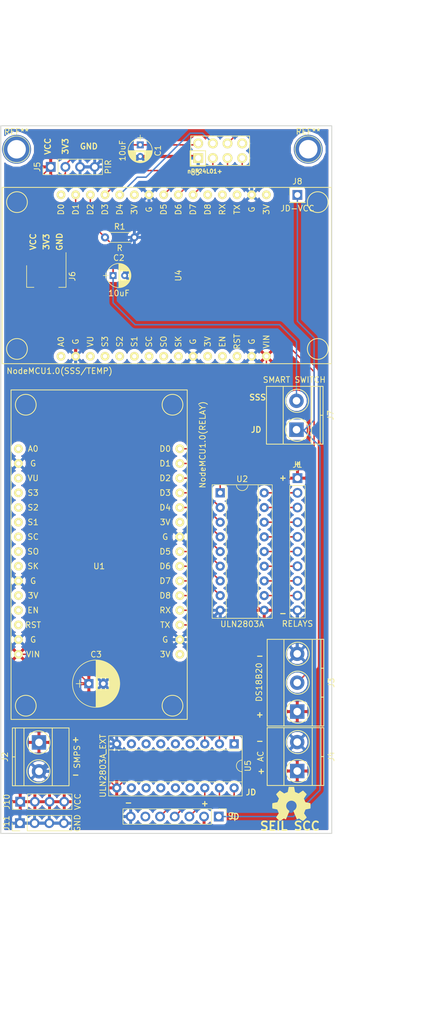
<source format=kicad_pcb>
(kicad_pcb (version 4) (host pcbnew 4.0.6-e0-6349~53~ubuntu16.04.1)
  (layers (0 F.Cu signal) (31 B.Cu signal) (34 B.Paste user) (35 F.Paste user) (36 B.SilkS user) (37 F.SilkS user) (38 B.Mask user) (39 F.Mask user) (44 Edge.Cuts user))
  (net 0 "")
  (net 1 /3V3)
  (net 2 /GND)
  (net 3 /R1)
  (net 4 /R2)
  (net 5 /R3)
  (net 6 /R4)
  (net 7 /R5)
  (net 8 /R6)
  (net 9 /R7)
  (net 10 /R8)
  (net 11 /VCC)
  (net 12 /OneWire)
  (net 13 /JD-VCC)
  (net 14 /STATUS)
  (net 15 "Net-(U1-Pad1)")
  (net 16 "Net-(U1-Pad3)")
  (net 17 "Net-(U1-Pad4)")
  (net 18 "Net-(U1-Pad5)")
  (net 19 "Net-(U1-Pad6)")
  (net 20 "Net-(U1-Pad7)")
  (net 21 "Net-(U1-Pad8)")
  (net 22 "Net-(U1-Pad9)")
  (net 23 "Net-(U1-Pad11)")
  (net 24 "Net-(U1-Pad12)")
  (net 25 "Net-(U1-Pad13)")
  (net 26 "Net-(U1-Pad16)")
  (net 27 /IN8)
  (net 28 /IN7)
  (net 29 /IN6)
  (net 30 /IN5)
  (net 31 "Net-(U1-Pad25)")
  (net 32 /IN4)
  (net 33 /IN3)
  (net 34 /IN2)
  (net 35 /IN1)
  (net 36 /MISO)
  (net 37 "Net-(U3-Pad8)")
  (net 38 /SCK)
  (net 39 /MOSI)
  (net 40 /CE)
  (net 41 /CSN)
  (net 42 /R9)
  (net 43 /R10)
  (net 44 /R11)
  (net 45 "Net-(J9-Pad6)")
  (net 46 /IN11)
  (net 47 /IN10)
  (net 48 /IN9)
  (net 49 "Net-(U5-Pad11)")
  (net 50 "Net-(U5-Pad12)")
  (net 51 "Net-(U5-Pad4)")
  (net 52 "Net-(U5-Pad13)")
  (net 53 "Net-(U5-Pad5)")
  (net 54 "Net-(U5-Pad14)")
  (net 55 "Net-(U5-Pad6)")
  (net 56 "Net-(U5-Pad15)")
  (net 57 "Net-(U5-Pad7)")
  (net 58 "Net-(U5-Pad8)")
  (net 59 "Net-(J6-Pad4)")
  (net 60 "Net-(U4-Pad1)")
  (net 61 "Net-(U4-Pad3)")
  (net 62 "Net-(U4-Pad4)")
  (net 63 "Net-(U4-Pad5)")
  (net 64 "Net-(U4-Pad6)")
  (net 65 "Net-(U4-Pad7)")
  (net 66 "Net-(U4-Pad8)")
  (net 67 "Net-(U4-Pad9)")
  (net 68 "Net-(U4-Pad12)")
  (net 69 "Net-(U4-Pad13)")
  (net 70 "Net-(U4-Pad18)")
  (net 71 "Net-(U4-Pad19)")
  (net 72 "Net-(U4-Pad20)")
  (net 73 "Net-(U4-Pad30)")
  (module "ESP8266:NodeMCU1.0(12-E)" (layer F.Cu) (at 65.405 69.2785 90)
    (fp_text reference U4 (at 0 0 90) (layer F.SilkS))
    (fp_text value "NodeMCU1.0(SSS/TEMP)" (at -16.51 -20.574 180) (layer F.SilkS))
    (fp_text user VIN (at -11.43 15.24 90) (layer F.SilkS))
    (fp_text user G (at -11.43 12.7 90) (layer F.SilkS))
    (fp_text user RST (at -11.43 10.16 90) (layer F.SilkS))
    (fp_text user EN (at -11.43 7.62 90) (layer F.SilkS))
    (fp_text user 3V (at -11.43 5.08 90) (layer F.SilkS))
    (fp_text user G (at -11.43 2.54 90) (layer F.SilkS))
    (fp_text user SK (at -11.43 0 90) (layer F.SilkS))
    (fp_text user SO (at -11.43 -2.54 90) (layer F.SilkS))
    (fp_text user SC (at -11.43 -5.08 90) (layer F.SilkS))
    (fp_text user S1 (at -11.43 -7.62 90) (layer F.SilkS))
    (fp_text user S2 (at -11.43 -10.16 90) (layer F.SilkS))
    (fp_text user S3 (at -11.43 -12.7 90) (layer F.SilkS))
    (fp_text user VU (at -11.43 -15.24 90) (layer F.SilkS))
    (fp_text user G (at -11.43 -17.78 90) (layer F.SilkS))
    (fp_text user A0 (at -11.43 -20.32 90) (layer F.SilkS))
    (fp_text user 3V (at 11.43 15.24 90) (layer F.SilkS))
    (fp_text user G (at 11.43 12.7 90) (layer F.SilkS))
    (fp_text user TX (at 11.43 10.16 90) (layer F.SilkS))
    (fp_text user RX (at 11.43 7.62 90) (layer F.SilkS))
    (fp_text user D8 (at 11.43 5.08 90) (layer F.SilkS))
    (fp_text user D7 (at 11.43 2.54 90) (layer F.SilkS))
    (fp_text user D6 (at 11.43 0 90) (layer F.SilkS))
    (fp_text user D5 (at 11.43 -2.54 90) (layer F.SilkS))
    (fp_text user G (at 11.43 -5.08 90) (layer F.SilkS))
    (fp_text user 3V (at 11.43 -7.62 90) (layer F.SilkS))
    (fp_text user D4 (at 11.43 -10.16 90) (layer F.SilkS))
    (fp_text user D3 (at 11.43 -12.7 90) (layer F.SilkS))
    (fp_text user D2 (at 11.43 -15.24 90) (layer F.SilkS))
    (fp_text user D1 (at 11.43 -17.78 90) (layer F.SilkS))
    (fp_text user D0 (at 11.43 -20.32 90) (layer F.SilkS))
    (pad 1 thru_hole circle (at -13.97 -20.32 90) (size 1.524 1.524) (drill 0.762) (layers *.Cu *.Mask F.SilkS) (net 60 "Net-(U4-Pad1)"))
    (pad 2 thru_hole circle (at -13.97 -17.78 90) (size 1.524 1.524) (drill 0.762) (layers *.Cu *.Mask F.SilkS) (net 2 /GND))
    (pad 3 thru_hole circle (at -13.97 -15.24 90) (size 1.524 1.524) (drill 0.762) (layers *.Cu *.Mask F.SilkS) (net 61 "Net-(U4-Pad3)"))
    (pad 4 thru_hole circle (at -13.97 -12.7 90) (size 1.524 1.524) (drill 0.762) (layers *.Cu *.Mask F.SilkS) (net 62 "Net-(U4-Pad4)"))
    (pad 5 thru_hole circle (at -13.97 -10.16 90) (size 1.524 1.524) (drill 0.762) (layers *.Cu *.Mask F.SilkS) (net 63 "Net-(U4-Pad5)"))
    (pad 6 thru_hole circle (at -13.97 -7.62 90) (size 1.524 1.524) (drill 0.762) (layers *.Cu *.Mask F.SilkS) (net 64 "Net-(U4-Pad6)"))
    (pad 7 thru_hole circle (at -13.97 -5.08 90) (size 1.524 1.524) (drill 0.762) (layers *.Cu *.Mask F.SilkS) (net 65 "Net-(U4-Pad7)"))
    (pad 8 thru_hole circle (at -13.97 -2.54 90) (size 1.524 1.524) (drill 0.762) (layers *.Cu *.Mask F.SilkS) (net 66 "Net-(U4-Pad8)"))
    (pad 9 thru_hole circle (at -13.97 0 90) (size 1.524 1.524) (drill 0.762) (layers *.Cu *.Mask F.SilkS) (net 67 "Net-(U4-Pad9)"))
    (pad 10 thru_hole circle (at -13.97 2.54 90) (size 1.524 1.524) (drill 0.762) (layers *.Cu *.Mask F.SilkS) (net 2 /GND))
    (pad 11 thru_hole circle (at -13.97 5.08 90) (size 1.524 1.524) (drill 0.762) (layers *.Cu *.Mask F.SilkS) (net 1 /3V3))
    (pad 12 thru_hole circle (at -13.97 7.62 90) (size 1.524 1.524) (drill 0.762) (layers *.Cu *.Mask F.SilkS) (net 68 "Net-(U4-Pad12)"))
    (pad 13 thru_hole circle (at -13.97 10.16 90) (size 1.524 1.524) (drill 0.762) (layers *.Cu *.Mask F.SilkS) (net 69 "Net-(U4-Pad13)"))
    (pad 14 thru_hole circle (at -13.97 12.7 90) (size 1.524 1.524) (drill 0.762) (layers *.Cu *.Mask F.SilkS) (net 2 /GND))
    (pad 15 thru_hole circle (at -13.97 15.24 90) (size 1.524 1.524) (drill 0.762) (layers *.Cu *.Mask F.SilkS) (net 11 /VCC))
    (pad 16 thru_hole circle (at 13.97 15.24 90) (size 1.524 1.524) (drill 0.762) (layers *.Cu *.Mask F.SilkS) (net 1 /3V3))
    (pad 17 thru_hole circle (at 13.97 12.7 90) (size 1.524 1.524) (drill 0.762) (layers *.Cu *.Mask F.SilkS) (net 2 /GND))
    (pad 18 thru_hole circle (at 13.97 10.16 90) (size 1.524 1.524) (drill 0.762) (layers *.Cu *.Mask F.SilkS) (net 70 "Net-(U4-Pad18)"))
    (pad 19 thru_hole circle (at 13.97 7.62 90) (size 1.524 1.524) (drill 0.762) (layers *.Cu *.Mask F.SilkS) (net 71 "Net-(U4-Pad19)"))
    (pad 20 thru_hole circle (at 13.97 5.08 90) (size 1.524 1.524) (drill 0.762) (layers *.Cu *.Mask F.SilkS) (net 72 "Net-(U4-Pad20)"))
    (pad 21 thru_hole circle (at 13.97 2.54 90) (size 1.524 1.524) (drill 0.762) (layers *.Cu *.Mask F.SilkS) (net 39 /MOSI))
    (pad 22 thru_hole circle (at 13.97 0 90) (size 1.524 1.524) (drill 0.762) (layers *.Cu *.Mask F.SilkS) (net 36 /MISO))
    (pad 23 thru_hole circle (at 13.97 -2.54 90) (size 1.524 1.524) (drill 0.762) (layers *.Cu *.Mask F.SilkS) (net 38 /SCK))
    (pad 24 thru_hole circle (at 13.97 -5.08 90) (size 1.524 1.524) (drill 0.762) (layers *.Cu *.Mask F.SilkS) (net 2 /GND))
    (pad 25 thru_hole circle (at 13.97 -7.62 90) (size 1.524 1.524) (drill 0.762) (layers *.Cu *.Mask F.SilkS) (net 1 /3V3))
    (pad 26 thru_hole circle (at 13.97 -10.16 90) (size 1.524 1.524) (drill 0.762) (layers *.Cu *.Mask F.SilkS) (net 41 /CSN))
    (pad 27 thru_hole circle (at 13.97 -12.7 90) (size 1.524 1.524) (drill 0.762) (layers *.Cu *.Mask F.SilkS) (net 40 /CE))
    (pad 28 thru_hole circle (at 13.97 -15.24 90) (size 1.524 1.524) (drill 0.762) (layers *.Cu *.Mask F.SilkS) (net 14 /STATUS))
    (pad 29 thru_hole circle (at 13.97 -17.78 90) (size 1.524 1.524) (drill 0.762) (layers *.Cu *.Mask F.SilkS) (net 12 /OneWire))
    (pad 30 thru_hole circle (at 13.97 -20.32 90) (size 1.524 1.524) (drill 0.762) (layers *.Cu *.Mask F.SilkS) (net 73 "Net-(U4-Pad30)"))
  )
  (module mysensors_radios:NRF24L01 (layer F.Cu) (at 67.31 50.4825 180)
    (fp_text reference U3 (at -1.016 -1.016 180) (layer F.SilkS) (effects (font (size 0.8 0.8) (thickness 0.16))))
    (fp_text value nRF24L01+ hide)
    (pad 7 thru_hole oval (at -9.144 1.524 180) (size 1.7272 1.7272) (drill 1.016) (layers *.Cu *.Mask F.SilkS) (net 36 /MISO))
    (pad 8 thru_hole oval (at -9.144 4.064 180) (size 1.7272 1.7272) (drill 1.016) (layers *.Cu *.Mask F.SilkS) (net 37 "Net-(U3-Pad8)"))
    (pad 5 thru_hole oval (at -6.604 1.524 180) (size 1.7272 1.7272) (drill 1.016) (layers *.Cu *.Mask F.SilkS) (net 38 /SCK))
    (pad 6 thru_hole oval (at -6.604 4.064 180) (size 1.7272 1.7272) (drill 1.016) (layers *.Cu *.Mask F.SilkS) (net 39 /MOSI))
    (pad 3 thru_hole oval (at -4.064 1.524 180) (size 1.7272 1.7272) (drill 1.016) (layers *.Cu *.Mask F.SilkS) (net 40 /CE))
    (pad 4 thru_hole oval (at -4.064 4.064 180) (size 1.7272 1.7272) (drill 1.016) (layers *.Cu *.Mask F.SilkS) (net 41 /CSN))
    (pad 1 thru_hole rect (at -1.524 1.524 180) (size 1.7272 1.7272) (drill 1.016) (layers *.Cu *.Mask F.SilkS) (net 2 /GND))
    (pad 2 thru_hole oval (at -1.524 4.064 180) (size 1.7272 1.7272) (drill 1.016) (layers *.Cu *.Mask F.SilkS) (net 1 /3V3))
  )
  (module Capacitors_THT:CP_Radial_D4.0mm_P2.00mm (layer F.Cu) (at 54.102 69.2785)
    (fp_text reference C2 (at 1 -3.06) (layer F.SilkS))
    (fp_text value 10uF (at 1 3.06) (layer F.SilkS))
    (pad 1 thru_hole rect (at 0 0) (size 1.2 1.2) (drill 0.6) (layers *.Cu *.Mask) (net 14 /STATUS))
    (pad 2 thru_hole circle (at 2 0) (size 1.2 1.2) (drill 0.6) (layers *.Cu *.Mask) (net 2 /GND))
  )
  (module Connectors:1pin (layer F.Cu) (at 37.4015 47.4345)
    (fp_text reference REF** (at 0 -3.048) (layer F.SilkS))
    (fp_text value Drill)
    (pad 1 thru_hole circle (at 0 0) (size 5 5) (drill 3.2) (layers *.Cu *.Mask))
  )
  (module Socket_Strips:Socket_Strip_Straight_1x10_Pitch2.54mm (layer F.Cu) (at 86.02472 104.33304)
    (fp_text reference J1 (at 0 -2.33) (layer F.SilkS))
    (fp_text value RELAYS (at 0 25.19) (layer F.SilkS))
    (pad 1 thru_hole rect (at 0 0) (size 1.7 1.7) (drill 1) (layers *.Cu *.Mask) (net 11 /VCC))
    (pad 2 thru_hole oval (at 0 2.54) (size 1.7 1.7) (drill 1) (layers *.Cu *.Mask) (net 3 /R1))
    (pad 3 thru_hole oval (at 0 5.08) (size 1.7 1.7) (drill 1) (layers *.Cu *.Mask) (net 4 /R2))
    (pad 4 thru_hole oval (at 0 7.62) (size 1.7 1.7) (drill 1) (layers *.Cu *.Mask) (net 5 /R3))
    (pad 5 thru_hole oval (at 0 10.16) (size 1.7 1.7) (drill 1) (layers *.Cu *.Mask) (net 6 /R4))
    (pad 6 thru_hole oval (at 0 12.7) (size 1.7 1.7) (drill 1) (layers *.Cu *.Mask) (net 7 /R5))
    (pad 7 thru_hole oval (at 0 15.24) (size 1.7 1.7) (drill 1) (layers *.Cu *.Mask) (net 8 /R6))
    (pad 8 thru_hole oval (at 0 17.78) (size 1.7 1.7) (drill 1) (layers *.Cu *.Mask) (net 9 /R7))
    (pad 9 thru_hole oval (at 0 20.32) (size 1.7 1.7) (drill 1) (layers *.Cu *.Mask) (net 10 /R8))
    (pad 10 thru_hole oval (at 0 22.86) (size 1.7 1.7) (drill 1) (layers *.Cu *.Mask) (net 2 /GND))
  )
  (module Connectors_Terminal_Blocks:TerminalBlock_Pheonix_MKDS1.5-2pol (layer F.Cu) (at 41.275 150.0505 270)
    (fp_text reference J2 (at 2.5 5.9 270) (layer F.SilkS))
    (fp_text value SMPS (at 2.5 -6.6 270) (layer F.SilkS))
    (pad 1 thru_hole rect (at 0 0 270) (size 2.5 2.5) (drill 1.3) (layers *.Cu *.Mask) (net 11 /VCC))
    (pad 2 thru_hole circle (at 5 0 270) (size 2.5 2.5) (drill 1.3) (layers *.Cu *.Mask) (net 2 /GND))
  )
  (module Connectors_Terminal_Blocks:TerminalBlock_Pheonix_MKDS1.5-3pol (layer F.Cu) (at 85.979 144.7165 90)
    (fp_text reference J3 (at 5 5.9 90) (layer F.SilkS))
    (fp_text value DS18B20 (at 5.08 -6.604 90) (layer F.SilkS))
    (pad 3 thru_hole circle (at 10 0 90) (size 2.5 2.5) (drill 1.3) (layers *.Cu *.Mask) (net 2 /GND))
    (pad 1 thru_hole rect (at 0 0 90) (size 2.5 2.5) (drill 1.3) (layers *.Cu *.Mask) (net 11 /VCC))
    (pad 2 thru_hole circle (at 5 0 90) (size 2.5 2.5) (drill 1.3) (layers *.Cu *.Mask) (net 12 /OneWire))
  )
  (module Connectors_Terminal_Blocks:TerminalBlock_Pheonix_MKDS1.5-2pol (layer F.Cu) (at 85.979 155.0035 90)
    (fp_text reference J4 (at 2.5 5.9 90) (layer F.SilkS))
    (fp_text value AC (at 2.54 -6.35 90) (layer F.SilkS))
    (pad 1 thru_hole rect (at 0 0 90) (size 2.5 2.5) (drill 1.3) (layers *.Cu *.Mask) (net 11 /VCC))
    (pad 2 thru_hole circle (at 5 0 90) (size 2.5 2.5) (drill 1.3) (layers *.Cu *.Mask) (net 2 /GND))
  )
  (module Connectors_Terminal_Blocks:TerminalBlock_Pheonix_MKDS1.5-2pol (layer F.Cu) (at 85.852 95.9485 90)
    (fp_text reference J7 (at 2.5 5.9 90) (layer F.SilkS))
    (fp_text value "SMART SWITCH" (at 8.636 -0.381 180) (layer F.SilkS))
    (pad 1 thru_hole rect (at 0 0 90) (size 2.5 2.5) (drill 1.3) (layers *.Cu *.Mask) (net 13 /JD-VCC))
    (pad 2 thru_hole circle (at 5 0 90) (size 2.5 2.5) (drill 1.3) (layers *.Cu *.Mask) (net 14 /STATUS))
  )
  (module Socket_Strips:Socket_Strip_Straight_1x01_Pitch2.54mm (layer F.Cu) (at 86.00948 55.33136)
    (fp_text reference J8 (at 0 -2.33) (layer F.SilkS))
    (fp_text value JD-VCC (at 0 2.33) (layer F.SilkS))
    (pad 1 thru_hole rect (at 0 0) (size 1.7 1.7) (drill 1) (layers *.Cu *.Mask) (net 13 /JD-VCC))
  )
  (module "ESP8266:NodeMCU1.0(12-E)" (layer F.Cu) (at 51.689 119.5705)
    (fp_text reference U1 (at 0 0) (layer F.SilkS))
    (fp_text value "NodeMCU1.0(RELAY)" (at 17.907 -21.0185 90) (layer F.SilkS))
    (fp_text user VIN (at -11.43 15.24) (layer F.SilkS))
    (fp_text user G (at -11.43 12.7) (layer F.SilkS))
    (fp_text user RST (at -11.43 10.16) (layer F.SilkS))
    (fp_text user EN (at -11.43 7.62) (layer F.SilkS))
    (fp_text user 3V (at -11.43 5.08) (layer F.SilkS))
    (fp_text user G (at -11.43 2.54) (layer F.SilkS))
    (fp_text user SK (at -11.43 0) (layer F.SilkS))
    (fp_text user SO (at -11.43 -2.54) (layer F.SilkS))
    (fp_text user SC (at -11.43 -5.08) (layer F.SilkS))
    (fp_text user S1 (at -11.43 -7.62) (layer F.SilkS))
    (fp_text user S2 (at -11.43 -10.16) (layer F.SilkS))
    (fp_text user S3 (at -11.43 -12.7) (layer F.SilkS))
    (fp_text user VU (at -11.43 -15.24) (layer F.SilkS))
    (fp_text user G (at -11.43 -17.78) (layer F.SilkS))
    (fp_text user A0 (at -11.43 -20.32) (layer F.SilkS))
    (fp_text user 3V (at 11.43 15.24) (layer F.SilkS))
    (fp_text user G (at 11.43 12.7) (layer F.SilkS))
    (fp_text user TX (at 11.43 10.16) (layer F.SilkS))
    (fp_text user RX (at 11.43 7.62) (layer F.SilkS))
    (fp_text user D8 (at 11.43 5.08) (layer F.SilkS))
    (fp_text user D7 (at 11.43 2.54) (layer F.SilkS))
    (fp_text user D6 (at 11.43 0) (layer F.SilkS))
    (fp_text user D5 (at 11.43 -2.54) (layer F.SilkS))
    (fp_text user G (at 11.43 -5.08) (layer F.SilkS))
    (fp_text user 3V (at 11.43 -7.62) (layer F.SilkS))
    (fp_text user D4 (at 11.43 -10.16) (layer F.SilkS))
    (fp_text user D3 (at 11.43 -12.7) (layer F.SilkS))
    (fp_text user D2 (at 11.43 -15.24) (layer F.SilkS))
    (fp_text user D1 (at 11.43 -17.78) (layer F.SilkS))
    (fp_text user D0 (at 11.43 -20.32) (layer F.SilkS))
    (pad 1 thru_hole circle (at -13.97 -20.32) (size 1.524 1.524) (drill 0.762) (layers *.Cu *.Mask F.SilkS) (net 15 "Net-(U1-Pad1)"))
    (pad 2 thru_hole circle (at -13.97 -17.78) (size 1.524 1.524) (drill 0.762) (layers *.Cu *.Mask F.SilkS) (net 2 /GND))
    (pad 3 thru_hole circle (at -13.97 -15.24) (size 1.524 1.524) (drill 0.762) (layers *.Cu *.Mask F.SilkS) (net 16 "Net-(U1-Pad3)"))
    (pad 4 thru_hole circle (at -13.97 -12.7) (size 1.524 1.524) (drill 0.762) (layers *.Cu *.Mask F.SilkS) (net 17 "Net-(U1-Pad4)"))
    (pad 5 thru_hole circle (at -13.97 -10.16) (size 1.524 1.524) (drill 0.762) (layers *.Cu *.Mask F.SilkS) (net 18 "Net-(U1-Pad5)"))
    (pad 6 thru_hole circle (at -13.97 -7.62) (size 1.524 1.524) (drill 0.762) (layers *.Cu *.Mask F.SilkS) (net 19 "Net-(U1-Pad6)"))
    (pad 7 thru_hole circle (at -13.97 -5.08) (size 1.524 1.524) (drill 0.762) (layers *.Cu *.Mask F.SilkS) (net 20 "Net-(U1-Pad7)"))
    (pad 8 thru_hole circle (at -13.97 -2.54) (size 1.524 1.524) (drill 0.762) (layers *.Cu *.Mask F.SilkS) (net 21 "Net-(U1-Pad8)"))
    (pad 9 thru_hole circle (at -13.97 0) (size 1.524 1.524) (drill 0.762) (layers *.Cu *.Mask F.SilkS) (net 22 "Net-(U1-Pad9)"))
    (pad 10 thru_hole circle (at -13.97 2.54) (size 1.524 1.524) (drill 0.762) (layers *.Cu *.Mask F.SilkS) (net 2 /GND))
    (pad 11 thru_hole circle (at -13.97 5.08) (size 1.524 1.524) (drill 0.762) (layers *.Cu *.Mask F.SilkS) (net 23 "Net-(U1-Pad11)"))
    (pad 12 thru_hole circle (at -13.97 7.62) (size 1.524 1.524) (drill 0.762) (layers *.Cu *.Mask F.SilkS) (net 24 "Net-(U1-Pad12)"))
    (pad 13 thru_hole circle (at -13.97 10.16) (size 1.524 1.524) (drill 0.762) (layers *.Cu *.Mask F.SilkS) (net 25 "Net-(U1-Pad13)"))
    (pad 14 thru_hole circle (at -13.97 12.7) (size 1.524 1.524) (drill 0.762) (layers *.Cu *.Mask F.SilkS) (net 2 /GND))
    (pad 15 thru_hole circle (at -13.97 15.24) (size 1.524 1.524) (drill 0.762) (layers *.Cu *.Mask F.SilkS) (net 11 /VCC))
    (pad 16 thru_hole circle (at 13.97 15.24) (size 1.524 1.524) (drill 0.762) (layers *.Cu *.Mask F.SilkS) (net 26 "Net-(U1-Pad16)"))
    (pad 17 thru_hole circle (at 13.97 12.7) (size 1.524 1.524) (drill 0.762) (layers *.Cu *.Mask F.SilkS) (net 2 /GND))
    (pad 18 thru_hole circle (at 13.97 10.16) (size 1.524 1.524) (drill 0.762) (layers *.Cu *.Mask F.SilkS) (net 46 /IN11))
    (pad 19 thru_hole circle (at 13.97 7.62) (size 1.524 1.524) (drill 0.762) (layers *.Cu *.Mask F.SilkS) (net 47 /IN10))
    (pad 20 thru_hole circle (at 13.97 5.08) (size 1.524 1.524) (drill 0.762) (layers *.Cu *.Mask F.SilkS) (net 48 /IN9))
    (pad 21 thru_hole circle (at 13.97 2.54) (size 1.524 1.524) (drill 0.762) (layers *.Cu *.Mask F.SilkS) (net 27 /IN8))
    (pad 22 thru_hole circle (at 13.97 0) (size 1.524 1.524) (drill 0.762) (layers *.Cu *.Mask F.SilkS) (net 28 /IN7))
    (pad 23 thru_hole circle (at 13.97 -2.54) (size 1.524 1.524) (drill 0.762) (layers *.Cu *.Mask F.SilkS) (net 29 /IN6))
    (pad 24 thru_hole circle (at 13.97 -5.08) (size 1.524 1.524) (drill 0.762) (layers *.Cu *.Mask F.SilkS) (net 2 /GND))
    (pad 25 thru_hole circle (at 13.97 -7.62) (size 1.524 1.524) (drill 0.762) (layers *.Cu *.Mask F.SilkS) (net 31 "Net-(U1-Pad25)"))
    (pad 26 thru_hole circle (at 13.97 -10.16) (size 1.524 1.524) (drill 0.762) (layers *.Cu *.Mask F.SilkS) (net 30 /IN5))
    (pad 27 thru_hole circle (at 13.97 -12.7) (size 1.524 1.524) (drill 0.762) (layers *.Cu *.Mask F.SilkS) (net 32 /IN4))
    (pad 28 thru_hole circle (at 13.97 -15.24) (size 1.524 1.524) (drill 0.762) (layers *.Cu *.Mask F.SilkS) (net 33 /IN3))
    (pad 29 thru_hole circle (at 13.97 -17.78) (size 1.524 1.524) (drill 0.762) (layers *.Cu *.Mask F.SilkS) (net 34 /IN2))
    (pad 30 thru_hole circle (at 13.97 -20.32) (size 1.524 1.524) (drill 0.762) (layers *.Cu *.Mask F.SilkS) (net 35 /IN1))
  )
  (module Housings_DIP:DIP-18_W7.62mm_Socket (layer F.Cu) (at 72.644 106.8705)
    (fp_text reference U2 (at 3.81 -2.39) (layer F.SilkS))
    (fp_text value ULN2803A (at 3.81 22.71) (layer F.SilkS))
    (pad 1 thru_hole rect (at 0 0) (size 1.6 1.6) (drill 0.8) (layers *.Cu *.Mask) (net 35 /IN1))
    (pad 10 thru_hole oval (at 7.62 20.32) (size 1.6 1.6) (drill 0.8) (layers *.Cu *.Mask) (net 11 /VCC))
    (pad 2 thru_hole oval (at 0 2.54) (size 1.6 1.6) (drill 0.8) (layers *.Cu *.Mask) (net 34 /IN2))
    (pad 11 thru_hole oval (at 7.62 17.78) (size 1.6 1.6) (drill 0.8) (layers *.Cu *.Mask) (net 10 /R8))
    (pad 3 thru_hole oval (at 0 5.08) (size 1.6 1.6) (drill 0.8) (layers *.Cu *.Mask) (net 33 /IN3))
    (pad 12 thru_hole oval (at 7.62 15.24) (size 1.6 1.6) (drill 0.8) (layers *.Cu *.Mask) (net 9 /R7))
    (pad 4 thru_hole oval (at 0 7.62) (size 1.6 1.6) (drill 0.8) (layers *.Cu *.Mask) (net 32 /IN4))
    (pad 13 thru_hole oval (at 7.62 12.7) (size 1.6 1.6) (drill 0.8) (layers *.Cu *.Mask) (net 8 /R6))
    (pad 5 thru_hole oval (at 0 10.16) (size 1.6 1.6) (drill 0.8) (layers *.Cu *.Mask) (net 30 /IN5))
    (pad 14 thru_hole oval (at 7.62 10.16) (size 1.6 1.6) (drill 0.8) (layers *.Cu *.Mask) (net 7 /R5))
    (pad 6 thru_hole oval (at 0 12.7) (size 1.6 1.6) (drill 0.8) (layers *.Cu *.Mask) (net 29 /IN6))
    (pad 15 thru_hole oval (at 7.62 7.62) (size 1.6 1.6) (drill 0.8) (layers *.Cu *.Mask) (net 6 /R4))
    (pad 7 thru_hole oval (at 0 15.24) (size 1.6 1.6) (drill 0.8) (layers *.Cu *.Mask) (net 28 /IN7))
    (pad 16 thru_hole oval (at 7.62 5.08) (size 1.6 1.6) (drill 0.8) (layers *.Cu *.Mask) (net 5 /R3))
    (pad 8 thru_hole oval (at 0 17.78) (size 1.6 1.6) (drill 0.8) (layers *.Cu *.Mask) (net 27 /IN8))
    (pad 17 thru_hole oval (at 7.62 2.54) (size 1.6 1.6) (drill 0.8) (layers *.Cu *.Mask) (net 4 /R2))
    (pad 9 thru_hole oval (at 0 20.32) (size 1.6 1.6) (drill 0.8) (layers *.Cu *.Mask) (net 2 /GND))
    (pad 18 thru_hole oval (at 7.62 0) (size 1.6 1.6) (drill 0.8) (layers *.Cu *.Mask) (net 3 /R1))
  )
  (module Socket_Strips:Socket_Strip_Straight_1x07_Pitch2.54mm (layer F.Cu) (at 72.39 162.8775 270)
    (fp_text reference J9 (at 0 -2.33 270) (layer F.SilkS))
    (fp_text value 4_RELAY_EXTENSION)
    (pad 1 thru_hole rect (at 0 0 270) (size 1.7 1.7) (drill 1) (layers *.Cu *.Mask) (net 13 /JD-VCC))
    (pad 2 thru_hole oval (at 0 2.54 270) (size 1.7 1.7) (drill 1) (layers *.Cu *.Mask) (net 11 /VCC))
    (pad 3 thru_hole oval (at 0 5.08 270) (size 1.7 1.7) (drill 1) (layers *.Cu *.Mask) (net 42 /R9))
    (pad 4 thru_hole oval (at 0 7.62 270) (size 1.7 1.7) (drill 1) (layers *.Cu *.Mask) (net 43 /R10))
    (pad 5 thru_hole oval (at 0 10.16 270) (size 1.7 1.7) (drill 1) (layers *.Cu *.Mask) (net 44 /R11))
    (pad 6 thru_hole oval (at 0 12.7 270) (size 1.7 1.7) (drill 1) (layers *.Cu *.Mask) (net 45 "Net-(J9-Pad6)"))
    (pad 7 thru_hole oval (at 0 15.24 270) (size 1.7 1.7) (drill 1) (layers *.Cu *.Mask) (net 2 /GND))
  )
  (module Housings_DIP:DIP-18_W7.62mm_Socket (layer F.Cu) (at 75.057 150.3045 270)
    (fp_text reference U5 (at 3.81 -2.39 270) (layer F.SilkS))
    (fp_text value ULN2803A_EXT (at 3.81 22.71 270) (layer F.SilkS))
    (pad 1 thru_hole rect (at 0 0 270) (size 1.6 1.6) (drill 0.8) (layers *.Cu *.Mask) (net 48 /IN9))
    (pad 10 thru_hole oval (at 7.62 20.32 270) (size 1.6 1.6) (drill 0.8) (layers *.Cu *.Mask) (net 11 /VCC))
    (pad 2 thru_hole oval (at 0 2.54 270) (size 1.6 1.6) (drill 0.8) (layers *.Cu *.Mask) (net 47 /IN10))
    (pad 11 thru_hole oval (at 7.62 17.78 270) (size 1.6 1.6) (drill 0.8) (layers *.Cu *.Mask) (net 49 "Net-(U5-Pad11)"))
    (pad 3 thru_hole oval (at 0 5.08 270) (size 1.6 1.6) (drill 0.8) (layers *.Cu *.Mask) (net 46 /IN11))
    (pad 12 thru_hole oval (at 7.62 15.24 270) (size 1.6 1.6) (drill 0.8) (layers *.Cu *.Mask) (net 50 "Net-(U5-Pad12)"))
    (pad 4 thru_hole oval (at 0 7.62 270) (size 1.6 1.6) (drill 0.8) (layers *.Cu *.Mask) (net 51 "Net-(U5-Pad4)"))
    (pad 13 thru_hole oval (at 7.62 12.7 270) (size 1.6 1.6) (drill 0.8) (layers *.Cu *.Mask) (net 52 "Net-(U5-Pad13)"))
    (pad 5 thru_hole oval (at 0 10.16 270) (size 1.6 1.6) (drill 0.8) (layers *.Cu *.Mask) (net 53 "Net-(U5-Pad5)"))
    (pad 14 thru_hole oval (at 7.62 10.16 270) (size 1.6 1.6) (drill 0.8) (layers *.Cu *.Mask) (net 54 "Net-(U5-Pad14)"))
    (pad 6 thru_hole oval (at 0 12.7 270) (size 1.6 1.6) (drill 0.8) (layers *.Cu *.Mask) (net 55 "Net-(U5-Pad6)"))
    (pad 15 thru_hole oval (at 7.62 7.62 270) (size 1.6 1.6) (drill 0.8) (layers *.Cu *.Mask) (net 56 "Net-(U5-Pad15)"))
    (pad 7 thru_hole oval (at 0 15.24 270) (size 1.6 1.6) (drill 0.8) (layers *.Cu *.Mask) (net 57 "Net-(U5-Pad7)"))
    (pad 16 thru_hole oval (at 7.62 5.08 270) (size 1.6 1.6) (drill 0.8) (layers *.Cu *.Mask) (net 44 /R11))
    (pad 8 thru_hole oval (at 0 17.78 270) (size 1.6 1.6) (drill 0.8) (layers *.Cu *.Mask) (net 58 "Net-(U5-Pad8)"))
    (pad 17 thru_hole oval (at 7.62 2.54 270) (size 1.6 1.6) (drill 0.8) (layers *.Cu *.Mask) (net 43 /R10))
    (pad 9 thru_hole oval (at 0 20.32 270) (size 1.6 1.6) (drill 0.8) (layers *.Cu *.Mask) (net 2 /GND))
    (pad 18 thru_hole oval (at 7.62 0 270) (size 1.6 1.6) (drill 0.8) (layers *.Cu *.Mask) (net 42 /R9))
  )
  (module Connectors:1pin (layer F.Cu) (at 87.884 47.4218)
    (fp_text reference REF** (at 0 -3.048) (layer F.SilkS))
    (fp_text value Drill)
    (pad 1 thru_hole circle (at 0 0) (size 5 5) (drill 3.2) (layers *.Cu *.Mask))
  )
  (module Capacitors_THT:CP_Radial_D4.0mm_P2.00mm (layer F.Cu) (at 58.801 46.6725 270)
    (fp_text reference C1 (at 1 -3.06 270) (layer F.SilkS))
    (fp_text value 10uF (at 1 3.06 270) (layer F.SilkS))
    (pad 1 thru_hole rect (at 0 0 270) (size 1.2 1.2) (drill 0.6) (layers *.Cu *.Mask) (net 1 /3V3))
    (pad 2 thru_hole circle (at 2 0 270) (size 1.2 1.2) (drill 0.6) (layers *.Cu *.Mask) (net 2 /GND))
  )
  (module Resistors_THT:R_Axial_DIN0204_L3.6mm_D1.6mm_P5.08mm_Horizontal (layer F.Cu) (at 52.705 62.6745)
    (fp_text reference R1 (at 2.54 -1.86) (layer F.SilkS))
    (fp_text value R (at 2.54 1.86) (layer F.SilkS))
    (pad 1 thru_hole circle (at 0 0) (size 1.4 1.4) (drill 0.7) (layers *.Cu *.Mask) (net 14 /STATUS))
    (pad 2 thru_hole oval (at 5.08 0) (size 1.4 1.4) (drill 0.7) (layers *.Cu *.Mask) (net 2 /GND))
  )
  (module Capacitors_THT:CP_Radial_D8.0mm_P2.50mm (layer F.Cu) (at 49.911 139.8905)
    (fp_text reference C3 (at 1.25 -5.06) (layer F.SilkS))
    (fp_text value 470uF)
    (pad 1 thru_hole rect (at 0 0) (size 1.6 1.6) (drill 0.8) (layers *.Cu *.Mask) (net 11 /VCC))
    (pad 2 thru_hole circle (at 2.5 0) (size 1.6 1.6) (drill 0.8) (layers *.Cu *.Mask) (net 2 /GND))
  )
  (module Socket_Strips:Socket_Strip_Straight_1x04_Pitch2.54mm (layer F.Cu) (at 43.307 50.4825 90)
    (fp_text reference J5 (at 0 -2.33 90) (layer F.SilkS))
    (fp_text value PIR (at 0 9.95 90) (layer F.SilkS))
    (pad 1 thru_hole rect (at 0 0 90) (size 1.7 1.7) (drill 1) (layers *.Cu *.Mask) (net 11 /VCC))
    (pad 2 thru_hole oval (at 0 2.54 90) (size 1.7 1.7) (drill 1) (layers *.Cu *.Mask) (net 1 /3V3))
    (pad 3 thru_hole oval (at 0 5.08 90) (size 1.7 1.7) (drill 1) (layers *.Cu *.Mask) (net 2 /GND))
    (pad 4 thru_hole oval (at 0 7.62 90) (size 1.7 1.7) (drill 1) (layers *.Cu *.Mask) (net 2 /GND))
  )
  (module TO_SOT_Packages_SMD:SOT-223 (layer F.Cu) (at 42.545 69.4055 270)
    (fp_text reference J6 (at 0 -4.5 270) (layer F.SilkS))
    (fp_text value "3V3 REG")
    (pad 4 smd rect (at 3.15 0 270) (size 2 3.8) (layers F.Cu F.Paste F.Mask) (net 59 "Net-(J6-Pad4)"))
    (pad 2 smd rect (at -3.15 0 270) (size 2 1.5) (layers F.Cu F.Paste F.Mask) (net 1 /3V3))
    (pad 3 smd rect (at -3.15 2.3 270) (size 2 1.5) (layers F.Cu F.Paste F.Mask) (net 11 /VCC))
    (pad 1 smd rect (at -3.15 -2.3 270) (size 2 1.5) (layers F.Cu F.Paste F.Mask) (net 2 /GND))
  )
  (module Socket_Strips:Socket_Strip_Straight_1x04_Pitch2.54mm (layer F.Cu) (at 38.0238 160.3121 90)
    (fp_text reference J10 (at 0 -2.33 90) (layer F.SilkS))
    (fp_text value VCC (at 0 9.95 90) (layer F.SilkS))
    (pad 1 thru_hole rect (at 0 0 90) (size 1.7 1.7) (drill 1) (layers *.Cu *.Mask) (net 11 /VCC))
    (pad 2 thru_hole oval (at 0 2.54 90) (size 1.7 1.7) (drill 1) (layers *.Cu *.Mask) (net 11 /VCC))
    (pad 3 thru_hole oval (at 0 5.08 90) (size 1.7 1.7) (drill 1) (layers *.Cu *.Mask) (net 11 /VCC))
    (pad 4 thru_hole oval (at 0 7.62 90) (size 1.7 1.7) (drill 1) (layers *.Cu *.Mask) (net 11 /VCC))
  )
  (module Socket_Strips:Socket_Strip_Straight_1x04_Pitch2.54mm (layer F.Cu) (at 37.973 164.0205 90)
    (fp_text reference J11 (at 0 -2.33 90) (layer F.SilkS))
    (fp_text value GND (at 0 9.95 90) (layer F.SilkS))
    (pad 1 thru_hole rect (at 0 0 90) (size 1.7 1.7) (drill 1) (layers *.Cu *.Mask) (net 2 /GND))
    (pad 2 thru_hole oval (at 0 2.54 90) (size 1.7 1.7) (drill 1) (layers *.Cu *.Mask) (net 2 /GND))
    (pad 3 thru_hole oval (at 0 5.08 90) (size 1.7 1.7) (drill 1) (layers *.Cu *.Mask) (net 2 /GND))
    (pad 4 thru_hole oval (at 0 7.62 90) (size 1.7 1.7) (drill 1) (layers *.Cu *.Mask) (net 2 /GND))
  )
  (module Symbols:OSHW-Symbol_6.7x6mm_SilkScreen (layer F.Cu) (at 84.963 160.7185)
    (fp_text reference REF*** hide)
    (fp_text value OSHW-Symbol_6.7x6mm_SilkScreen hide)
  )
  (gr_text nRF24L01+ (at 69.977 51.2445) (layer F.SilkS) (effects (font (size 0.7 0.7) (thickness 0.175))))
  (gr_text GND (at 49.911 46.9265) (layer F.SilkS) (effects (font (size 1 1) (thickness 0.2))))
  (gr_text 3V3 (at 45.847 46.9265 90) (layer F.SilkS) (effects (font (size 1 1) (thickness 0.2))))
  (gr_text VCC (at 42.799 46.9265 90) (layer F.SilkS) (effects (font (size 1 1) (thickness 0.2))))
  (gr_text GND (at 44.831 63.4365 90) (layer F.SilkS) (effects (font (size 1 1) (thickness 0.2))))
  (gr_text 3V3 (at 42.545 63.4365 90) (layer F.SilkS) (effects (font (size 1 1) (thickness 0.2))))
  (gr_text VCC (at 40.259 63.4365 90) (layer F.SilkS) (effects (font (size 1 1) (thickness 0.2))))
  (gr_text - (at 56.769 160.4645) (layer F.SilkS) (effects (font (size 1 1) (thickness 0.2))))
  (gr_text JD (at 78.867 95.9485) (layer F.SilkS) (effects (font (size 1 1) (thickness 0.2))))
  (gr_text SSS (at 79.121 90.3605) (layer F.SilkS) (effects (font (size 1 1) (thickness 0.2))))
  (gr_text "SEIL SCC" (at 84.709 164.5285) (layer F.SilkS) (effects (font (size 1.5 1.5) (thickness 0.3))))
  (gr_line (start 34.671 165.7985) (end 34.6583 165.7985) (angle 90) (layer Edge.Cuts) (width 0.15))
  (gr_line (start 34.671 161.1757) (end 34.671 165.7985) (angle 90) (layer Edge.Cuts) (width 0.15))
  (gr_line (start 91.9607 165.7985) (end 34.6583 165.7985) (angle 90) (layer Edge.Cuts) (width 0.15))
  (gr_line (start 91.9607 161.1884) (end 91.9607 165.7985) (angle 90) (layer Edge.Cuts) (width 0.15))
  (gr_text JD (at 75.057 162.8775) (layer F.SilkS) (effects (font (size 1 1) (thickness 0.2))))
  (gr_text + (at 69.977 160.5915) (layer F.SilkS) (effects (font (size 1 1) (thickness 0.2))))
  (gr_text + (at 79.502 145.2245) (layer F.SilkS) (effects (font (size 1 1) (thickness 0.2))))
  (gr_text - (at 79.502 135.0645) (layer F.SilkS) (effects (font (size 1 1) (thickness 0.2))))
  (gr_line (start 34.671 43.3705) (end 34.671 43.4975) (angle 90) (layer Edge.Cuts) (width 0.15))
  (gr_line (start 91.948 43.3705) (end 34.671 43.3705) (angle 90) (layer Edge.Cuts) (width 0.15))
  (gr_text + (at 83.5025 104.267) (layer F.SilkS) (effects (font (size 1 1) (thickness 0.2))))
  (gr_text - (at 83.5025 127.6985) (layer F.SilkS) (effects (font (size 1 1) (thickness 0.2))))
  (gr_text + (at 86.0425 101.854) (layer F.SilkS) (effects (font (size 1 1) (thickness 0.2))))
  (gr_text - (at 47.625 155.6385) (layer F.SilkS) (effects (font (size 1 1) (thickness 0.2))))
  (gr_text - (at 79.502 149.7965) (layer F.SilkS) (effects (font (size 1 1) (thickness 0.2))))
  (gr_text + (at 47.625 149.5425) (layer F.SilkS) (effects (font (size 1 1) (thickness 0.2))))
  (gr_text + (at 79.756 155.0035) (layer F.SilkS) (effects (font (size 1 1) (thickness 0.2))))
  (gr_text JD (at 77.978 158.6865) (layer F.SilkS) (effects (font (size 1 1) (thickness 0.2))))
  (gr_line (start 34.671 43.3705) (end 34.671 161.163) (angle 90) (layer Edge.Cuts) (width 0.15))
  (gr_line (start 91.9607 43.3705) (end 91.9607 161.163) (angle 90) (layer Edge.Cuts) (width 0.15))
  (segment (start 42.545 66.2555) (end 42.545 54.9275) (width 0.25) (layer F.Cu) (net 1))
  (segment (start 45.847 51.6255) (end 45.847 50.4825) (width 0.25) (layer F.Cu) (net 1))
  (segment (start 42.545 54.9275) (end 45.847 51.6255) (width 0.25) (layer F.Cu) (net 1))
  (segment (start 45.847 50.4825) (end 45.847 50.1015) (width 0.25) (layer F.Cu) (net 1))
  (segment (start 45.847 50.1015) (end 49.276 46.6725) (width 0.25) (layer F.Cu) (net 1))
  (segment (start 49.276 46.6725) (end 58.801 46.6725) (width 0.25) (layer F.Cu) (net 1))
  (segment (start 58.801 46.6725) (end 68.58 46.6725) (width 0.25) (layer F.Cu) (net 1))
  (segment (start 68.58 46.6725) (end 68.834 46.4185) (width 0.25) (layer F.Cu) (net 1))
  (segment (start 60.325 55.3085) (end 60.325 60.1345) (width 0.55) (layer B.Cu) (net 2))
  (segment (start 60.325 60.1345) (end 57.785 62.6745) (width 0.55) (layer B.Cu) (net 2))
  (segment (start 78.105 83.2485) (end 78.105 82.7405) (width 0.55) (layer B.Cu) (net 2))
  (segment (start 47.625 83.2485) (end 47.625 82.7405) (width 0.55) (layer B.Cu) (net 2))
  (segment (start 40.513 164.0205) (end 37.973 164.0205) (width 0.55) (layer B.Cu) (net 2))
  (segment (start 43.053 164.0205) (end 40.513 164.0205) (width 0.55) (layer B.Cu) (net 2))
  (segment (start 45.593 164.0205) (end 43.053 164.0205) (width 0.55) (layer B.Cu) (net 2))
  (segment (start 41.275 155.0505) (end 47.291 155.0505) (width 0.55) (layer B.Cu) (net 2))
  (segment (start 47.879 164.0205) (end 45.593 164.0205) (width 0.55) (layer B.Cu) (net 2))
  (segment (start 48.895 163.0045) (end 47.879 164.0205) (width 0.55) (layer B.Cu) (net 2))
  (segment (start 48.895 156.6545) (end 48.895 163.0045) (width 0.55) (layer B.Cu) (net 2))
  (segment (start 47.291 155.0505) (end 48.895 156.6545) (width 0.55) (layer B.Cu) (net 2))
  (segment (start 52.411 130.5795) (end 52.411 139.8905) (width 0.55) (layer B.Cu) (net 2))
  (segment (start 47.625 125.7935) (end 52.411 130.5795) (width 0.55) (layer B.Cu) (net 2))
  (segment (start 47.625 83.2485) (end 47.625 125.7935) (width 0.55) (layer B.Cu) (net 2))
  (segment (start 78.105 55.3085) (end 78.105 53.5305) (width 0.55) (layer B.Cu) (net 2))
  (segment (start 68.834 51.1175) (end 68.834 48.9585) (width 0.55) (layer B.Cu) (net 2))
  (segment (start 70.231 52.5145) (end 68.834 51.1175) (width 0.55) (layer B.Cu) (net 2))
  (segment (start 77.089 52.5145) (end 70.231 52.5145) (width 0.55) (layer B.Cu) (net 2))
  (segment (start 78.105 53.5305) (end 77.089 52.5145) (width 0.55) (layer B.Cu) (net 2))
  (segment (start 57.15 162.8775) (end 52.832 162.8775) (width 0.55) (layer B.Cu) (net 2))
  (segment (start 50.927 154.1145) (end 54.737 150.3045) (width 0.55) (layer B.Cu) (net 2))
  (segment (start 50.927 160.9725) (end 50.927 154.1145) (width 0.55) (layer B.Cu) (net 2))
  (segment (start 52.832 162.8775) (end 50.927 160.9725) (width 0.55) (layer B.Cu) (net 2))
  (segment (start 54.737 150.3045) (end 54.737 150.5585) (width 0.55) (layer B.Cu) (net 2))
  (segment (start 54.737 150.5585) (end 57.277 153.0985) (width 0.55) (layer B.Cu) (net 2))
  (segment (start 82.884 153.0985) (end 85.979 150.0035) (width 0.55) (layer B.Cu) (net 2))
  (segment (start 57.277 153.0985) (end 82.884 153.0985) (width 0.55) (layer B.Cu) (net 2))
  (segment (start 65.659 132.2705) (end 60.031 132.2705) (width 0.55) (layer B.Cu) (net 2))
  (segment (start 60.031 132.2705) (end 52.411 139.8905) (width 0.55) (layer B.Cu) (net 2))
  (segment (start 52.411 139.8905) (end 52.411 147.9785) (width 0.55) (layer B.Cu) (net 2))
  (segment (start 52.411 147.9785) (end 54.737 150.3045) (width 0.55) (layer B.Cu) (net 2))
  (segment (start 52.411 139.8905) (end 52.411 144.5025) (width 0.55) (layer B.Cu) (net 2))
  (segment (start 52.411 144.5025) (end 41.863 155.0505) (width 0.55) (layer B.Cu) (net 2))
  (segment (start 41.863 155.0505) (end 41.275 155.0505) (width 0.55) (layer B.Cu) (net 2))
  (segment (start 85.979 134.7165) (end 85.979 127.23876) (width 0.55) (layer B.Cu) (net 2))
  (segment (start 85.979 127.23876) (end 86.02472 127.19304) (width 0.55) (layer B.Cu) (net 2))
  (segment (start 72.644 127.1905) (end 72.644 128.4605) (width 0.55) (layer B.Cu) (net 2))
  (segment (start 86.02472 129.68478) (end 86.02472 127.19304) (width 0.55) (layer B.Cu) (net 2))
  (segment (start 84.582 131.1275) (end 86.02472 129.68478) (width 0.55) (layer B.Cu) (net 2))
  (segment (start 75.311 131.1275) (end 84.582 131.1275) (width 0.55) (layer B.Cu) (net 2))
  (segment (start 72.644 128.4605) (end 75.311 131.1275) (width 0.55) (layer B.Cu) (net 2))
  (segment (start 65.659 132.2705) (end 67.564 132.2705) (width 0.55) (layer B.Cu) (net 2))
  (segment (start 67.564 132.2705) (end 72.644 127.1905) (width 0.55) (layer B.Cu) (net 2))
  (segment (start 44.845 66.2555) (end 44.845 69.5465) (width 0.55) (layer F.Cu) (net 2))
  (segment (start 47.625 72.3265) (end 47.625 83.2485) (width 0.55) (layer F.Cu) (net 2))
  (segment (start 44.845 69.5465) (end 47.625 72.3265) (width 0.55) (layer F.Cu) (net 2))
  (segment (start 56.102 69.2785) (end 56.102 64.3575) (width 0.55) (layer B.Cu) (net 2))
  (segment (start 56.102 64.3575) (end 57.785 62.6745) (width 0.55) (layer B.Cu) (net 2))
  (segment (start 48.387 50.4825) (end 50.927 50.4825) (width 0.55) (layer B.Cu) (net 2))
  (segment (start 58.801 48.6725) (end 52.737 48.6725) (width 0.55) (layer B.Cu) (net 2))
  (segment (start 52.737 48.6725) (end 50.927 50.4825) (width 0.55) (layer B.Cu) (net 2))
  (segment (start 58.801 48.6725) (end 68.548 48.6725) (width 0.55) (layer F.Cu) (net 2))
  (segment (start 68.548 48.6725) (end 68.834 48.9585) (width 0.55) (layer F.Cu) (net 2))
  (segment (start 68.485 49.3075) (end 68.834 48.9585) (width 0.55) (layer F.Cu) (net 2))
  (segment (start 80.264 106.8705) (end 86.02218 106.8705) (width 0.25) (layer F.Cu) (net 3))
  (segment (start 86.02218 106.8705) (end 86.02472 106.87304) (width 0.25) (layer F.Cu) (net 3))
  (segment (start 80.264 109.4105) (end 86.02218 109.4105) (width 0.25) (layer F.Cu) (net 4))
  (segment (start 86.02218 109.4105) (end 86.02472 109.41304) (width 0.25) (layer F.Cu) (net 4))
  (segment (start 80.264 111.9505) (end 86.02218 111.9505) (width 0.25) (layer F.Cu) (net 5))
  (segment (start 86.02218 111.9505) (end 86.02472 111.95304) (width 0.25) (layer F.Cu) (net 5))
  (segment (start 80.264 114.4905) (end 86.02218 114.4905) (width 0.25) (layer F.Cu) (net 6))
  (segment (start 86.02218 114.4905) (end 86.02472 114.49304) (width 0.25) (layer F.Cu) (net 6))
  (segment (start 80.264 117.0305) (end 86.02218 117.0305) (width 0.25) (layer F.Cu) (net 7))
  (segment (start 86.02218 117.0305) (end 86.02472 117.03304) (width 0.25) (layer F.Cu) (net 7))
  (segment (start 80.264 119.5705) (end 86.02218 119.5705) (width 0.25) (layer F.Cu) (net 8))
  (segment (start 86.02218 119.5705) (end 86.02472 119.57304) (width 0.25) (layer F.Cu) (net 8))
  (segment (start 80.264 122.1105) (end 86.02218 122.1105) (width 0.25) (layer F.Cu) (net 9))
  (segment (start 86.02218 122.1105) (end 86.02472 122.11304) (width 0.25) (layer F.Cu) (net 9))
  (segment (start 80.264 124.6505) (end 86.02218 124.6505) (width 0.25) (layer F.Cu) (net 10))
  (segment (start 86.02218 124.6505) (end 86.02472 124.65304) (width 0.25) (layer F.Cu) (net 10))
  (segment (start 85.979 155.0035) (end 85.979 157.9245) (width 0.25) (layer F.Cu) (net 11))
  (segment (start 69.85 164.2745) (end 69.85 162.8775) (width 0.25) (layer F.Cu) (net 11))
  (segment (start 70.231 164.6555) (end 69.85 164.2745) (width 0.25) (layer F.Cu) (net 11))
  (segment (start 79.248 164.6555) (end 70.231 164.6555) (width 0.25) (layer F.Cu) (net 11))
  (segment (start 85.979 157.9245) (end 79.248 164.6555) (width 0.25) (layer F.Cu) (net 11))
  (segment (start 43.1038 160.3121) (end 45.6438 160.3121) (width 0.25) (layer F.Cu) (net 11))
  (segment (start 40.5638 160.3121) (end 43.1038 160.3121) (width 0.25) (layer F.Cu) (net 11))
  (segment (start 38.0238 160.3121) (end 40.5638 160.3121) (width 0.25) (layer F.Cu) (net 11))
  (segment (start 41.275 150.0505) (end 39.497 150.0505) (width 0.25) (layer F.Cu) (net 11))
  (segment (start 38.0238 151.5237) (end 38.0238 160.3121) (width 0.25) (layer F.Cu) (net 11))
  (segment (start 39.497 150.0505) (end 38.0238 151.5237) (width 0.25) (layer F.Cu) (net 11))
  (segment (start 40.245 66.2555) (end 40.245 69.0385) (width 0.25) (layer F.Cu) (net 11))
  (segment (start 49.911 103.4415) (end 49.911 139.8905) (width 0.25) (layer F.Cu) (net 11))
  (segment (start 38.354 91.8845) (end 49.911 103.4415) (width 0.25) (layer F.Cu) (net 11))
  (segment (start 38.354 70.9295) (end 38.354 91.8845) (width 0.25) (layer F.Cu) (net 11))
  (segment (start 40.245 69.0385) (end 38.354 70.9295) (width 0.25) (layer F.Cu) (net 11))
  (segment (start 80.264 127.1905) (end 80.264 142.0495) (width 0.25) (layer F.Cu) (net 11))
  (segment (start 80.264 142.0495) (end 82.931 144.7165) (width 0.25) (layer F.Cu) (net 11))
  (segment (start 82.931 144.7165) (end 85.979 144.7165) (width 0.25) (layer F.Cu) (net 11))
  (segment (start 41.275 150.0505) (end 41.275 144.3355) (width 0.25) (layer F.Cu) (net 11))
  (segment (start 41.275 144.3355) (end 45.72 139.8905) (width 0.25) (layer F.Cu) (net 11))
  (segment (start 45.72 139.8905) (end 49.911 139.8905) (width 0.25) (layer F.Cu) (net 11))
  (segment (start 80.645 83.2485) (end 80.645 86.4235) (width 0.25) (layer F.Cu) (net 11))
  (segment (start 80.645 86.4235) (end 71.374 95.6945) (width 0.25) (layer F.Cu) (net 11))
  (segment (start 71.374 95.6945) (end 57.531 95.6945) (width 0.25) (layer F.Cu) (net 11))
  (segment (start 57.531 95.6945) (end 49.911 103.3145) (width 0.25) (layer F.Cu) (net 11))
  (segment (start 49.911 103.3145) (end 49.911 139.8905) (width 0.25) (layer F.Cu) (net 11))
  (segment (start 85.979 155.0035) (end 84.201 155.0035) (width 0.25) (layer F.Cu) (net 11))
  (segment (start 84.201 155.0035) (end 81.534 152.3365) (width 0.25) (layer F.Cu) (net 11))
  (segment (start 81.534 152.3365) (end 81.534 146.1135) (width 0.25) (layer F.Cu) (net 11))
  (segment (start 81.534 146.1135) (end 82.931 144.7165) (width 0.25) (layer F.Cu) (net 11))
  (segment (start 82.931 144.7165) (end 85.979 144.7165) (width 0.25) (layer F.Cu) (net 11))
  (segment (start 85.979 155.0035) (end 57.658 155.0035) (width 0.25) (layer F.Cu) (net 11))
  (segment (start 57.658 155.0035) (end 54.737 157.9245) (width 0.25) (layer F.Cu) (net 11))
  (segment (start 49.911 139.8905) (end 49.911 153.0985) (width 0.25) (layer F.Cu) (net 11))
  (segment (start 49.911 153.0985) (end 54.737 157.9245) (width 0.25) (layer F.Cu) (net 11))
  (segment (start 37.719 134.8105) (end 44.831 134.8105) (width 0.25) (layer F.Cu) (net 11))
  (segment (start 44.831 134.8105) (end 49.911 139.8905) (width 0.25) (layer F.Cu) (net 11))
  (segment (start 80.264 127.1905) (end 79.756 127.1905) (width 0.25) (layer F.Cu) (net 11))
  (segment (start 79.756 127.1905) (end 78.486 125.9205) (width 0.25) (layer F.Cu) (net 11))
  (segment (start 78.486 125.9205) (end 78.486 105.4735) (width 0.25) (layer F.Cu) (net 11))
  (segment (start 78.486 105.4735) (end 79.62646 104.33304) (width 0.25) (layer F.Cu) (net 11))
  (segment (start 79.62646 104.33304) (end 86.02472 104.33304) (width 0.25) (layer F.Cu) (net 11))
  (segment (start 40.245 66.2555) (end 40.245 53.5445) (width 0.25) (layer F.Cu) (net 11))
  (segment (start 40.245 53.5445) (end 43.307 50.4825) (width 0.25) (layer F.Cu) (net 11))
  (segment (start 47.625 55.3085) (end 47.625 69.9135) (width 0.25) (layer F.Cu) (net 12))
  (segment (start 88.9 136.7955) (end 85.979 139.7165) (width 0.25) (layer F.Cu) (net 12))
  (segment (start 88.9 85.9155) (end 88.9 136.7955) (width 0.25) (layer F.Cu) (net 12))
  (segment (start 82.169 79.1845) (end 88.9 85.9155) (width 0.25) (layer F.Cu) (net 12))
  (segment (start 56.896 79.1845) (end 82.169 79.1845) (width 0.25) (layer F.Cu) (net 12))
  (segment (start 47.625 69.9135) (end 56.896 79.1845) (width 0.25) (layer F.Cu) (net 12))
  (segment (start 85.979 139.7165) (end 85.932 139.7165) (width 0.25) (layer F.Cu) (net 12))
  (segment (start 86.00948 55.33136) (end 86.00948 77.18298) (width 0.25) (layer B.Cu) (net 13))
  (segment (start 87.249 95.9485) (end 85.852 95.9485) (width 0.25) (layer B.Cu) (net 13))
  (segment (start 88.9 94.2975) (end 87.249 95.9485) (width 0.25) (layer B.Cu) (net 13))
  (segment (start 88.9 80.0735) (end 88.9 94.2975) (width 0.25) (layer B.Cu) (net 13))
  (segment (start 86.00948 77.18298) (end 88.9 80.0735) (width 0.25) (layer B.Cu) (net 13))
  (segment (start 85.852 95.9485) (end 86.995 95.9485) (width 0.25) (layer B.Cu) (net 13))
  (segment (start 86.995 95.9485) (end 89.916 98.8695) (width 0.25) (layer B.Cu) (net 13))
  (segment (start 89.916 98.8695) (end 89.916 158.3055) (width 0.25) (layer B.Cu) (net 13))
  (segment (start 89.916 158.3055) (end 85.344 162.8775) (width 0.25) (layer B.Cu) (net 13))
  (segment (start 85.344 162.8775) (end 72.39 162.8775) (width 0.25) (layer B.Cu) (net 13))
  (segment (start 85.852 90.9485) (end 85.852 80.7085) (width 0.25) (layer B.Cu) (net 14))
  (segment (start 54.102 73.9775) (end 54.102 69.2785) (width 0.25) (layer B.Cu) (net 14))
  (segment (start 57.912 77.7875) (end 54.102 73.9775) (width 0.25) (layer B.Cu) (net 14))
  (segment (start 82.931 77.7875) (end 57.912 77.7875) (width 0.25) (layer B.Cu) (net 14))
  (segment (start 85.852 80.7085) (end 82.931 77.7875) (width 0.25) (layer B.Cu) (net 14))
  (segment (start 50.165 55.3085) (end 50.165 60.1345) (width 0.25) (layer F.Cu) (net 14))
  (segment (start 50.165 60.1345) (end 52.705 62.6745) (width 0.25) (layer F.Cu) (net 14))
  (segment (start 54.102 69.2785) (end 54.102 64.0715) (width 0.25) (layer F.Cu) (net 14))
  (segment (start 54.102 64.0715) (end 52.705 62.6745) (width 0.25) (layer F.Cu) (net 14))
  (segment (start 65.659 122.1105) (end 70.104 122.1105) (width 0.25) (layer F.Cu) (net 27))
  (segment (start 70.104 122.1105) (end 72.644 124.6505) (width 0.25) (layer F.Cu) (net 27))
  (segment (start 65.659 119.5705) (end 70.104 119.5705) (width 0.25) (layer F.Cu) (net 28))
  (segment (start 70.104 119.5705) (end 72.644 122.1105) (width 0.25) (layer F.Cu) (net 28))
  (segment (start 65.659 117.0305) (end 70.104 117.0305) (width 0.25) (layer F.Cu) (net 29))
  (segment (start 70.104 117.0305) (end 72.644 119.5705) (width 0.25) (layer F.Cu) (net 29))
  (segment (start 65.659 109.4105) (end 67.437 109.4105) (width 0.25) (layer F.Cu) (net 30))
  (segment (start 68.199 112.5855) (end 72.644 117.0305) (width 0.25) (layer F.Cu) (net 30))
  (segment (start 68.199 110.1725) (end 68.199 112.5855) (width 0.25) (layer F.Cu) (net 30))
  (segment (start 67.437 109.4105) (end 68.199 110.1725) (width 0.25) (layer F.Cu) (net 30))
  (segment (start 65.659 106.8705) (end 67.945 106.8705) (width 0.25) (layer F.Cu) (net 32))
  (segment (start 68.961 110.8075) (end 72.644 114.4905) (width 0.25) (layer F.Cu) (net 32))
  (segment (start 68.961 107.8865) (end 68.961 110.8075) (width 0.25) (layer F.Cu) (net 32))
  (segment (start 67.945 106.8705) (end 68.961 107.8865) (width 0.25) (layer F.Cu) (net 32))
  (segment (start 65.659 104.3305) (end 68.326 104.3305) (width 0.25) (layer F.Cu) (net 33))
  (segment (start 69.723 109.0295) (end 72.644 111.9505) (width 0.25) (layer F.Cu) (net 33))
  (segment (start 69.723 105.7275) (end 69.723 109.0295) (width 0.25) (layer F.Cu) (net 33))
  (segment (start 68.326 104.3305) (end 69.723 105.7275) (width 0.25) (layer F.Cu) (net 33))
  (segment (start 65.659 101.7905) (end 68.199 101.7905) (width 0.25) (layer F.Cu) (net 34))
  (segment (start 70.358 107.1245) (end 72.644 109.4105) (width 0.25) (layer F.Cu) (net 34))
  (segment (start 70.358 103.9495) (end 70.358 107.1245) (width 0.25) (layer F.Cu) (net 34))
  (segment (start 68.199 101.7905) (end 70.358 103.9495) (width 0.25) (layer F.Cu) (net 34))
  (segment (start 65.659 99.2505) (end 69.596 99.2505) (width 0.25) (layer F.Cu) (net 35))
  (segment (start 72.644 102.2985) (end 72.644 106.8705) (width 0.25) (layer F.Cu) (net 35))
  (segment (start 69.596 99.2505) (end 72.644 102.2985) (width 0.25) (layer F.Cu) (net 35))
  (segment (start 76.454 48.9585) (end 76.454 50.4825) (width 0.25) (layer F.Cu) (net 36))
  (segment (start 67.945 52.7685) (end 65.405 55.3085) (width 0.25) (layer F.Cu) (net 36))
  (segment (start 74.168 52.7685) (end 67.945 52.7685) (width 0.25) (layer F.Cu) (net 36))
  (segment (start 76.454 50.4825) (end 74.168 52.7685) (width 0.25) (layer F.Cu) (net 36))
  (segment (start 76.454 48.9585) (end 76.454 49.0855) (width 0.25) (layer F.Cu) (net 36))
  (segment (start 73.914 48.9585) (end 73.914 50.2285) (width 0.25) (layer F.Cu) (net 38))
  (segment (start 66.294 51.8795) (end 62.865 55.3085) (width 0.25) (layer F.Cu) (net 38))
  (segment (start 72.263 51.8795) (end 66.294 51.8795) (width 0.25) (layer F.Cu) (net 38))
  (segment (start 73.914 50.2285) (end 72.263 51.8795) (width 0.25) (layer F.Cu) (net 38))
  (segment (start 73.914 46.4185) (end 75.438 44.8945) (width 0.25) (layer F.Cu) (net 39))
  (segment (start 69.596 53.6575) (end 67.945 55.3085) (width 0.25) (layer F.Cu) (net 39))
  (segment (start 75.946 53.6575) (end 69.596 53.6575) (width 0.25) (layer F.Cu) (net 39))
  (segment (start 78.232 51.3715) (end 75.946 53.6575) (width 0.25) (layer F.Cu) (net 39))
  (segment (start 78.232 45.7835) (end 78.232 51.3715) (width 0.25) (layer F.Cu) (net 39))
  (segment (start 77.343 44.8945) (end 78.232 45.7835) (width 0.25) (layer F.Cu) (net 39))
  (segment (start 75.438 44.8945) (end 77.343 44.8945) (width 0.25) (layer F.Cu) (net 39))
  (segment (start 71.374 48.9585) (end 71.374 50.4825) (width 0.25) (layer F.Cu) (net 40))
  (segment (start 56.896 51.1175) (end 52.705 55.3085) (width 0.25) (layer F.Cu) (net 40))
  (segment (start 70.739 51.1175) (end 56.896 51.1175) (width 0.25) (layer F.Cu) (net 40))
  (segment (start 71.374 50.4825) (end 70.739 51.1175) (width 0.25) (layer F.Cu) (net 40))
  (segment (start 71.374 48.9585) (end 71.374 49.5935) (width 0.25) (layer F.Cu) (net 40))
  (segment (start 71.374 46.4185) (end 69.596 44.6405) (width 0.25) (layer B.Cu) (net 41))
  (segment (start 58.293 52.2605) (end 55.245 55.3085) (width 0.25) (layer B.Cu) (net 41))
  (segment (start 59.817 52.2605) (end 58.293 52.2605) (width 0.25) (layer B.Cu) (net 41))
  (segment (start 67.437 44.6405) (end 59.817 52.2605) (width 0.25) (layer B.Cu) (net 41))
  (segment (start 69.596 44.6405) (end 67.437 44.6405) (width 0.25) (layer B.Cu) (net 41))
  (segment (start 55.245 55.3085) (end 55.245 55.1815) (width 0.25) (layer B.Cu) (net 41))
  (segment (start 75.057 157.9245) (end 75.057 159.1945) (width 0.25) (layer F.Cu) (net 42))
  (segment (start 69.342 160.8455) (end 67.31 162.8775) (width 0.25) (layer F.Cu) (net 42))
  (segment (start 73.406 160.8455) (end 69.342 160.8455) (width 0.25) (layer F.Cu) (net 42))
  (segment (start 75.057 159.1945) (end 73.406 160.8455) (width 0.25) (layer F.Cu) (net 42))
  (segment (start 72.517 157.9245) (end 72.517 159.5755) (width 0.25) (layer F.Cu) (net 43))
  (segment (start 67.31 160.3375) (end 64.77 162.8775) (width 0.25) (layer F.Cu) (net 43))
  (segment (start 71.755 160.3375) (end 67.31 160.3375) (width 0.25) (layer F.Cu) (net 43))
  (segment (start 72.517 159.5755) (end 71.755 160.3375) (width 0.25) (layer F.Cu) (net 43))
  (segment (start 69.977 157.9245) (end 69.977 159.1945) (width 0.25) (layer F.Cu) (net 44))
  (segment (start 65.405 159.7025) (end 62.23 162.8775) (width 0.25) (layer F.Cu) (net 44))
  (segment (start 69.469 159.7025) (end 65.405 159.7025) (width 0.25) (layer F.Cu) (net 44))
  (segment (start 69.977 159.1945) (end 69.469 159.7025) (width 0.25) (layer F.Cu) (net 44))
  (segment (start 65.659 129.7305) (end 67.564 129.7305) (width 0.25) (layer F.Cu) (net 46))
  (segment (start 69.977 143.0655) (end 69.977 150.3045) (width 0.25) (layer F.Cu) (net 46))
  (segment (start 68.961 142.0495) (end 69.977 143.0655) (width 0.25) (layer F.Cu) (net 46))
  (segment (start 68.961 131.1275) (end 68.961 142.0495) (width 0.25) (layer F.Cu) (net 46))
  (segment (start 67.564 129.7305) (end 68.961 131.1275) (width 0.25) (layer F.Cu) (net 46))
  (segment (start 65.659 127.1905) (end 67.564 127.1905) (width 0.25) (layer F.Cu) (net 47))
  (segment (start 72.517 143.9545) (end 72.517 150.3045) (width 0.25) (layer F.Cu) (net 47))
  (segment (start 69.977 141.4145) (end 72.517 143.9545) (width 0.25) (layer F.Cu) (net 47))
  (segment (start 69.977 129.6035) (end 69.977 141.4145) (width 0.25) (layer F.Cu) (net 47))
  (segment (start 67.564 127.1905) (end 69.977 129.6035) (width 0.25) (layer F.Cu) (net 47))
  (segment (start 65.659 124.6505) (end 68.58 124.6505) (width 0.25) (layer F.Cu) (net 48))
  (segment (start 75.057 144.7165) (end 75.057 150.3045) (width 0.25) (layer F.Cu) (net 48))
  (segment (start 70.739 140.3985) (end 75.057 144.7165) (width 0.25) (layer F.Cu) (net 48))
  (segment (start 70.739 126.8095) (end 70.739 140.3985) (width 0.25) (layer F.Cu) (net 48))
  (segment (start 68.58 124.6505) (end 70.739 126.8095) (width 0.25) (layer F.Cu) (net 48))
  (zone (net 11) (net_name /VCC) (layer F.Cu) (connect_pads (clearance 0.508)) (min_thickness 0.254) (fill yes (arc_segments 16) (thermal_gap 0.508) (thermal_bridge_width 0.508))
    (polygon (pts (xy 91.821 165.5445) (xy 34.925 165.5445) (xy 34.925 43.6245) (xy 91.821 43.6245)))
  )
  (zone (net 2) (net_name /GND) (layer B.Cu) (connect_pads (clearance 0.508)) (min_thickness 0.254) (fill yes (arc_segments 16) (thermal_gap 0.508) (thermal_bridge_width 0.508))
    (polygon (pts (xy 91.821 165.5445) (xy 34.925 165.5445) (xy 34.925 43.6245) (xy 91.821 43.6245)))
  )
)
</source>
